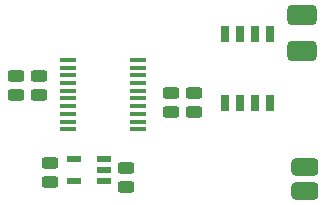
<source format=gbr>
%TF.GenerationSoftware,KiCad,Pcbnew,7.0.5*%
%TF.CreationDate,2024-01-14T18:06:27+01:00*%
%TF.ProjectId,rc_hotwheels,72635f68-6f74-4776-9865-656c732e6b69,rev?*%
%TF.SameCoordinates,Original*%
%TF.FileFunction,Paste,Top*%
%TF.FilePolarity,Positive*%
%FSLAX46Y46*%
G04 Gerber Fmt 4.6, Leading zero omitted, Abs format (unit mm)*
G04 Created by KiCad (PCBNEW 7.0.5) date 2024-01-14 18:06:27*
%MOMM*%
%LPD*%
G01*
G04 APERTURE LIST*
G04 Aperture macros list*
%AMRoundRect*
0 Rectangle with rounded corners*
0 $1 Rounding radius*
0 $2 $3 $4 $5 $6 $7 $8 $9 X,Y pos of 4 corners*
0 Add a 4 corners polygon primitive as box body*
4,1,4,$2,$3,$4,$5,$6,$7,$8,$9,$2,$3,0*
0 Add four circle primitives for the rounded corners*
1,1,$1+$1,$2,$3*
1,1,$1+$1,$4,$5*
1,1,$1+$1,$6,$7*
1,1,$1+$1,$8,$9*
0 Add four rect primitives between the rounded corners*
20,1,$1+$1,$2,$3,$4,$5,0*
20,1,$1+$1,$4,$5,$6,$7,0*
20,1,$1+$1,$6,$7,$8,$9,0*
20,1,$1+$1,$8,$9,$2,$3,0*%
G04 Aperture macros list end*
%ADD10RoundRect,0.240000X0.455000X-0.240000X0.455000X0.240000X-0.455000X0.240000X-0.455000X-0.240000X0*%
%ADD11RoundRect,0.240000X-0.455000X0.240000X-0.455000X-0.240000X0.455000X-0.240000X0.455000X0.240000X0*%
%ADD12RoundRect,0.425000X-0.850000X-0.425000X0.850000X-0.425000X0.850000X0.425000X-0.850000X0.425000X0*%
%ADD13RoundRect,0.381000X-0.762000X-0.381000X0.762000X-0.381000X0.762000X0.381000X-0.762000X0.381000X0*%
%ADD14R,0.700000X1.350000*%
%ADD15R,1.475000X0.450000*%
%ADD16R,1.200000X0.600000*%
G04 APERTURE END LIST*
D10*
%TO.C,C6*%
X76758800Y-45333400D03*
X76758800Y-43713400D03*
%TD*%
%TO.C,C5*%
X61645800Y-43885600D03*
X61645800Y-42265600D03*
%TD*%
D11*
%TO.C,C1*%
X70942200Y-50038000D03*
X70942200Y-51658000D03*
%TD*%
%TO.C,C2*%
X64490600Y-49606200D03*
X64490600Y-51226200D03*
%TD*%
D12*
%TO.C,M1*%
X85852000Y-40132000D03*
X85852000Y-37084000D03*
%TD*%
D13*
%TO.C,S3*%
X86110000Y-52012000D03*
X86110000Y-49980000D03*
%TD*%
D14*
%TO.C,IC1*%
X83159600Y-38684200D03*
X81889600Y-38684200D03*
X80619600Y-38684200D03*
X79349600Y-38684200D03*
X79349600Y-44584200D03*
X80619600Y-44584200D03*
X81889600Y-44584200D03*
X83159600Y-44584200D03*
%TD*%
D10*
%TO.C,C3*%
X63627000Y-43885600D03*
X63627000Y-42265600D03*
%TD*%
D15*
%TO.C,U1*%
X71957593Y-46770272D03*
X71957593Y-46120272D03*
X71957593Y-45470272D03*
X71957593Y-44820272D03*
X71957593Y-44170272D03*
X71957593Y-43520272D03*
X71957593Y-42870272D03*
X71957593Y-42220272D03*
X71957593Y-41570272D03*
X71957593Y-40920272D03*
X66081593Y-40920272D03*
X66081593Y-41570272D03*
X66081593Y-42220272D03*
X66081593Y-42870272D03*
X66081593Y-43520272D03*
X66081593Y-44170272D03*
X66081593Y-44820272D03*
X66081593Y-45470272D03*
X66081593Y-46120272D03*
X66081593Y-46770272D03*
%TD*%
D10*
%TO.C,C4*%
X74803000Y-45333400D03*
X74803000Y-43713400D03*
%TD*%
D16*
%TO.C,IC2*%
X69088000Y-51176000D03*
X69088000Y-50226000D03*
X69088000Y-49276000D03*
X66588000Y-49276000D03*
X66588000Y-51176000D03*
%TD*%
M02*

</source>
